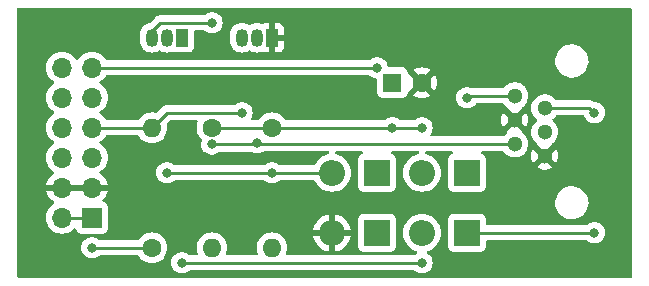
<source format=gbr>
%TF.GenerationSoftware,KiCad,Pcbnew,7.0.7*%
%TF.CreationDate,2023-08-26T11:09:00+02:00*%
%TF.ProjectId,slimme_meter_pmod,736c696d-6d65-45f6-9d65-7465725f706d,rev?*%
%TF.SameCoordinates,Original*%
%TF.FileFunction,Copper,L1,Top*%
%TF.FilePolarity,Positive*%
%FSLAX46Y46*%
G04 Gerber Fmt 4.6, Leading zero omitted, Abs format (unit mm)*
G04 Created by KiCad (PCBNEW 7.0.7) date 2023-08-26 11:09:00*
%MOMM*%
%LPD*%
G01*
G04 APERTURE LIST*
%TA.AperFunction,ComponentPad*%
%ADD10R,2.200000X2.200000*%
%TD*%
%TA.AperFunction,ComponentPad*%
%ADD11O,2.200000X2.200000*%
%TD*%
%TA.AperFunction,ComponentPad*%
%ADD12R,1.600000X1.600000*%
%TD*%
%TA.AperFunction,ComponentPad*%
%ADD13C,1.600000*%
%TD*%
%TA.AperFunction,ComponentPad*%
%ADD14R,1.050000X1.500000*%
%TD*%
%TA.AperFunction,ComponentPad*%
%ADD15O,1.050000X1.500000*%
%TD*%
%TA.AperFunction,ComponentPad*%
%ADD16R,1.700000X1.700000*%
%TD*%
%TA.AperFunction,ComponentPad*%
%ADD17O,1.700000X1.700000*%
%TD*%
%TA.AperFunction,ComponentPad*%
%ADD18O,1.600000X1.600000*%
%TD*%
%TA.AperFunction,ComponentPad*%
%ADD19C,1.300000*%
%TD*%
%TA.AperFunction,ViaPad*%
%ADD20C,0.800000*%
%TD*%
%TA.AperFunction,Conductor*%
%ADD21C,0.250000*%
%TD*%
G04 APERTURE END LIST*
D10*
%TO.P,D2,1,K*%
%TO.N,Net-(D2-K)*%
X130810000Y-64770000D03*
D11*
%TO.P,D2,2,A*%
%TO.N,+5V*%
X127000000Y-64770000D03*
%TD*%
%TO.P,D4,2,A*%
%TO.N,GND*%
X119380000Y-69850000D03*
D10*
%TO.P,D4,1,K*%
%TO.N,CTS*%
X123190000Y-69850000D03*
%TD*%
%TO.P,D3,1,K*%
%TO.N,CTS*%
X123190000Y-64770000D03*
D11*
%TO.P,D3,2,A*%
%TO.N,~{MCU_DATA_REQUEST}*%
X119380000Y-64770000D03*
%TD*%
D10*
%TO.P,D1,1,K*%
%TO.N,SM_DATA_REQUEST*%
X130810000Y-69850000D03*
D11*
%TO.P,D1,2,A*%
%TO.N,Net-(D1-A)*%
X127000000Y-69850000D03*
%TD*%
D12*
%TO.P,C1,1*%
%TO.N,+5V*%
X124500000Y-57150000D03*
D13*
%TO.P,C1,2*%
%TO.N,GND*%
X127000000Y-57150000D03*
%TD*%
D14*
%TO.P,Q1,1,D*%
%TO.N,Net-(D1-A)*%
X106680000Y-53340000D03*
D15*
%TO.P,Q1,2,G*%
%TO.N,~{MCU_DATA_REQUEST}*%
X105410000Y-53340000D03*
%TO.P,Q1,3,S*%
%TO.N,+5V*%
X104140000Y-53340000D03*
%TD*%
D14*
%TO.P,Q2,1,S*%
%TO.N,GND*%
X114300000Y-53340000D03*
D15*
%TO.P,Q2,2,G*%
%TO.N,~{SM_DATA}*%
X113030000Y-53340000D03*
%TO.P,Q2,3,D*%
%TO.N,MCU_DATA*%
X111760000Y-53340000D03*
%TD*%
D16*
%TO.P,J2,1,Pin_1*%
%TO.N,VCC*%
X99060000Y-68580000D03*
D17*
%TO.P,J2,2,Pin_2*%
X96520000Y-68580000D03*
%TO.P,J2,3,Pin_3*%
%TO.N,GND*%
X99060000Y-66040000D03*
%TO.P,J2,4,Pin_4*%
X96520000Y-66040000D03*
%TO.P,J2,5,Pin_5*%
%TO.N,RTS*%
X99060000Y-63500000D03*
%TO.P,J2,6,Pin_6*%
%TO.N,unconnected-(J2-Pin_6-Pad6)*%
X96520000Y-63500000D03*
%TO.P,J2,7,Pin_7*%
%TO.N,MCU_DATA*%
X99060000Y-60960000D03*
%TO.P,J2,8,Pin_8*%
%TO.N,unconnected-(J2-Pin_8-Pad8)*%
X96520000Y-60960000D03*
%TO.P,J2,9,Pin_9*%
%TO.N,TXD*%
X99060000Y-58420000D03*
%TO.P,J2,10,Pin_10*%
%TO.N,unconnected-(J2-Pin_10-Pad10)*%
X96520000Y-58420000D03*
%TO.P,J2,11,Pin_11*%
%TO.N,CTS*%
X99060000Y-55880000D03*
%TO.P,J2,12,Pin_12*%
%TO.N,unconnected-(J2-Pin_12-Pad12)*%
X96520000Y-55880000D03*
%TD*%
D13*
%TO.P,R2,1*%
%TO.N,+5V*%
X109220000Y-60960000D03*
D18*
%TO.P,R2,2*%
%TO.N,~{SM_DATA}*%
X109220000Y-71120000D03*
%TD*%
D13*
%TO.P,R3,1*%
%TO.N,+5V*%
X114300000Y-60960000D03*
D18*
%TO.P,R3,2*%
%TO.N,~{MCU_DATA_REQUEST}*%
X114300000Y-71120000D03*
%TD*%
D13*
%TO.P,R1,1*%
%TO.N,VCC*%
X104140000Y-71120000D03*
D18*
%TO.P,R1,2*%
%TO.N,MCU_DATA*%
X104140000Y-60960000D03*
%TD*%
D19*
%TO.P,J1,1*%
%TO.N,Net-(D2-K)*%
X134860000Y-58250000D03*
%TO.P,J1,2*%
%TO.N,SM_DATA_REQUEST*%
X137400000Y-59270000D03*
%TO.P,J1,3*%
%TO.N,GND*%
X134860000Y-60290000D03*
%TO.P,J1,4*%
%TO.N,unconnected-(J1-Pad4)*%
X137400000Y-61310000D03*
%TO.P,J1,5*%
%TO.N,~{SM_DATA}*%
X134860000Y-62330000D03*
%TO.P,J1,6*%
%TO.N,GND*%
X137400000Y-63350000D03*
%TD*%
D20*
%TO.N,~{MCU_DATA_REQUEST}*%
X105410000Y-64770000D03*
%TO.N,+5V*%
X127000000Y-60960000D03*
X124500000Y-60960000D03*
%TO.N,CTS*%
X123190000Y-55880000D03*
%TO.N,~{MCU_DATA_REQUEST}*%
X114300000Y-64770000D03*
%TO.N,Net-(D1-A)*%
X127000000Y-72390000D03*
%TO.N,SM_DATA_REQUEST*%
X141605000Y-69850000D03*
X141605000Y-59690000D03*
%TO.N,Net-(D1-A)*%
X106680000Y-72390000D03*
%TO.N,Net-(D2-K)*%
X130810000Y-58420000D03*
%TO.N,+5V*%
X109220000Y-52070000D03*
%TO.N,~{SM_DATA}*%
X109220000Y-62359503D03*
X113030000Y-62230000D03*
%TO.N,MCU_DATA*%
X111760000Y-59690000D03*
%TO.N,VCC*%
X99060000Y-71120000D03*
%TD*%
D21*
%TO.N,~{MCU_DATA_REQUEST}*%
X105410000Y-64770000D02*
X114300000Y-64770000D01*
%TO.N,+5V*%
X124500000Y-60960000D02*
X127000000Y-60960000D01*
X114300000Y-60960000D02*
X124500000Y-60960000D01*
X109220000Y-60960000D02*
X114300000Y-60960000D01*
%TO.N,CTS*%
X99060000Y-55880000D02*
X123190000Y-55880000D01*
%TO.N,~{MCU_DATA_REQUEST}*%
X119380000Y-64770000D02*
X114300000Y-64770000D01*
%TO.N,Net-(D1-A)*%
X106680000Y-72390000D02*
X127000000Y-72390000D01*
%TO.N,SM_DATA_REQUEST*%
X137400000Y-59270000D02*
X141185000Y-59270000D01*
X141605000Y-69850000D02*
X130810000Y-69850000D01*
X141185000Y-59270000D02*
X141605000Y-59690000D01*
%TO.N,Net-(D2-K)*%
X130980000Y-58250000D02*
X134860000Y-58250000D01*
X130810000Y-58420000D02*
X130980000Y-58250000D01*
%TO.N,+5V*%
X104140000Y-52790000D02*
X104140000Y-53340000D01*
X104860000Y-52070000D02*
X104140000Y-52790000D01*
X109220000Y-52070000D02*
X104860000Y-52070000D01*
%TO.N,~{SM_DATA}*%
X109220000Y-62359503D02*
X112900497Y-62359503D01*
X112900497Y-62359503D02*
X113030000Y-62230000D01*
X113130000Y-62330000D02*
X113030000Y-62230000D01*
X134860000Y-62330000D02*
X113130000Y-62330000D01*
%TO.N,MCU_DATA*%
X105410000Y-59690000D02*
X111760000Y-59690000D01*
X99060000Y-60960000D02*
X104140000Y-60960000D01*
X104140000Y-60960000D02*
X105410000Y-59690000D01*
%TO.N,VCC*%
X96520000Y-68580000D02*
X99060000Y-68580000D01*
X104140000Y-71120000D02*
X99060000Y-71120000D01*
%TD*%
%TA.AperFunction,Conductor*%
%TO.N,GND*%
G36*
X98513692Y-65809685D02*
G01*
X98559447Y-65862489D01*
X98569391Y-65931647D01*
X98565631Y-65948933D01*
X98560000Y-65968111D01*
X98560000Y-66111888D01*
X98565631Y-66131067D01*
X98565630Y-66200936D01*
X98527855Y-66259714D01*
X98464299Y-66288738D01*
X98446653Y-66290000D01*
X97133347Y-66290000D01*
X97066308Y-66270315D01*
X97020553Y-66217511D01*
X97010609Y-66148353D01*
X97014369Y-66131067D01*
X97020000Y-66111888D01*
X97020000Y-65968111D01*
X97014369Y-65948933D01*
X97014370Y-65879064D01*
X97052145Y-65820286D01*
X97115701Y-65791262D01*
X97133347Y-65790000D01*
X98446653Y-65790000D01*
X98513692Y-65809685D01*
G37*
%TD.AperFunction*%
%TA.AperFunction,Conductor*%
G36*
X144722539Y-50820185D02*
G01*
X144768294Y-50872989D01*
X144779500Y-50924500D01*
X144779500Y-73535500D01*
X144759815Y-73602539D01*
X144707011Y-73648294D01*
X144655500Y-73659500D01*
X92834500Y-73659500D01*
X92767461Y-73639815D01*
X92721706Y-73587011D01*
X92710500Y-73535500D01*
X92710500Y-71120000D01*
X98154540Y-71120000D01*
X98174326Y-71308256D01*
X98174327Y-71308259D01*
X98232818Y-71488277D01*
X98232821Y-71488284D01*
X98327467Y-71652216D01*
X98435982Y-71772734D01*
X98454129Y-71792888D01*
X98607265Y-71904148D01*
X98607270Y-71904151D01*
X98780192Y-71981142D01*
X98780197Y-71981144D01*
X98965354Y-72020500D01*
X98965355Y-72020500D01*
X99154644Y-72020500D01*
X99154646Y-72020500D01*
X99339803Y-71981144D01*
X99512730Y-71904151D01*
X99665871Y-71792888D01*
X99668788Y-71789647D01*
X99671600Y-71786526D01*
X99731087Y-71749879D01*
X99763748Y-71745500D01*
X102925812Y-71745500D01*
X102992851Y-71765185D01*
X103027387Y-71798377D01*
X103139954Y-71959141D01*
X103300858Y-72120045D01*
X103300861Y-72120047D01*
X103487266Y-72250568D01*
X103693504Y-72346739D01*
X103913308Y-72405635D01*
X104075230Y-72419801D01*
X104139998Y-72425468D01*
X104140000Y-72425468D01*
X104140002Y-72425468D01*
X104196673Y-72420509D01*
X104366692Y-72405635D01*
X104425043Y-72390000D01*
X105774540Y-72390000D01*
X105794326Y-72578256D01*
X105794327Y-72578259D01*
X105852818Y-72758277D01*
X105852821Y-72758284D01*
X105947467Y-72922216D01*
X106049185Y-73035185D01*
X106074129Y-73062888D01*
X106227265Y-73174148D01*
X106227270Y-73174151D01*
X106400192Y-73251142D01*
X106400197Y-73251144D01*
X106585354Y-73290500D01*
X106585355Y-73290500D01*
X106774644Y-73290500D01*
X106774646Y-73290500D01*
X106959803Y-73251144D01*
X107132730Y-73174151D01*
X107285871Y-73062888D01*
X107288788Y-73059647D01*
X107291600Y-73056526D01*
X107351087Y-73019879D01*
X107383748Y-73015500D01*
X126296252Y-73015500D01*
X126363291Y-73035185D01*
X126388400Y-73056526D01*
X126394126Y-73062885D01*
X126394130Y-73062889D01*
X126547265Y-73174148D01*
X126547270Y-73174151D01*
X126720192Y-73251142D01*
X126720197Y-73251144D01*
X126905354Y-73290500D01*
X126905355Y-73290500D01*
X127094644Y-73290500D01*
X127094646Y-73290500D01*
X127279803Y-73251144D01*
X127452730Y-73174151D01*
X127605871Y-73062888D01*
X127732533Y-72922216D01*
X127827179Y-72758284D01*
X127885674Y-72578256D01*
X127905460Y-72390000D01*
X127885674Y-72201744D01*
X127827179Y-72021716D01*
X127732533Y-71857784D01*
X127605871Y-71717112D01*
X127605870Y-71717111D01*
X127447473Y-71602029D01*
X127448518Y-71600589D01*
X127406303Y-71556310D01*
X127393084Y-71487702D01*
X127419056Y-71422839D01*
X127475972Y-71382314D01*
X127487580Y-71378921D01*
X127496111Y-71376873D01*
X127728859Y-71280466D01*
X127943659Y-71148836D01*
X128120417Y-70997870D01*
X129209500Y-70997870D01*
X129209501Y-70997876D01*
X129215908Y-71057483D01*
X129266202Y-71192328D01*
X129266206Y-71192335D01*
X129352452Y-71307544D01*
X129352455Y-71307547D01*
X129467664Y-71393793D01*
X129467671Y-71393797D01*
X129602517Y-71444091D01*
X129602516Y-71444091D01*
X129609444Y-71444835D01*
X129662127Y-71450500D01*
X131957872Y-71450499D01*
X132017483Y-71444091D01*
X132152331Y-71393796D01*
X132267546Y-71307546D01*
X132353796Y-71192331D01*
X132404091Y-71057483D01*
X132410500Y-70997873D01*
X132410499Y-70599499D01*
X132430185Y-70532461D01*
X132482989Y-70486706D01*
X132534500Y-70475500D01*
X140901252Y-70475500D01*
X140968291Y-70495185D01*
X140993400Y-70516526D01*
X140999126Y-70522885D01*
X140999130Y-70522889D01*
X141152265Y-70634148D01*
X141152270Y-70634151D01*
X141325192Y-70711142D01*
X141325197Y-70711144D01*
X141510354Y-70750500D01*
X141510355Y-70750500D01*
X141699644Y-70750500D01*
X141699646Y-70750500D01*
X141884803Y-70711144D01*
X142057730Y-70634151D01*
X142210871Y-70522888D01*
X142337533Y-70382216D01*
X142432179Y-70218284D01*
X142490674Y-70038256D01*
X142510460Y-69850000D01*
X142490674Y-69661744D01*
X142432179Y-69481716D01*
X142337533Y-69317784D01*
X142210871Y-69177112D01*
X142210870Y-69177111D01*
X142057734Y-69065851D01*
X142057729Y-69065848D01*
X141884807Y-68988857D01*
X141884802Y-68988855D01*
X141739000Y-68957865D01*
X141699646Y-68949500D01*
X141510354Y-68949500D01*
X141477897Y-68956398D01*
X141325197Y-68988855D01*
X141325192Y-68988857D01*
X141152270Y-69065848D01*
X141152265Y-69065851D01*
X140999130Y-69177110D01*
X140999126Y-69177114D01*
X140993400Y-69183474D01*
X140933913Y-69220121D01*
X140901252Y-69224500D01*
X132534499Y-69224500D01*
X132467460Y-69204815D01*
X132421705Y-69152011D01*
X132410499Y-69100500D01*
X132410499Y-68702129D01*
X132410498Y-68702123D01*
X132410497Y-68702116D01*
X132404091Y-68642517D01*
X132380773Y-68579999D01*
X132353797Y-68507671D01*
X132353793Y-68507664D01*
X132267547Y-68392455D01*
X132267544Y-68392452D01*
X132152335Y-68306206D01*
X132152328Y-68306202D01*
X132017482Y-68255908D01*
X132017483Y-68255908D01*
X131957883Y-68249501D01*
X131957881Y-68249500D01*
X131957873Y-68249500D01*
X131957864Y-68249500D01*
X129662129Y-68249500D01*
X129662123Y-68249501D01*
X129602516Y-68255908D01*
X129467671Y-68306202D01*
X129467664Y-68306206D01*
X129352455Y-68392452D01*
X129352452Y-68392455D01*
X129266206Y-68507664D01*
X129266202Y-68507671D01*
X129215908Y-68642517D01*
X129212931Y-68670211D01*
X129209501Y-68702123D01*
X129209500Y-68702135D01*
X129209500Y-70997870D01*
X128120417Y-70997870D01*
X128135224Y-70985224D01*
X128298836Y-70793659D01*
X128430466Y-70578859D01*
X128526873Y-70346111D01*
X128585683Y-70101148D01*
X128605449Y-69850000D01*
X128585683Y-69598852D01*
X128526873Y-69353889D01*
X128508622Y-69309826D01*
X128430466Y-69121140D01*
X128298839Y-68906346D01*
X128298838Y-68906343D01*
X128221172Y-68815408D01*
X128135224Y-68714776D01*
X127977422Y-68580000D01*
X127943656Y-68551161D01*
X127943653Y-68551160D01*
X127728859Y-68419533D01*
X127496110Y-68323126D01*
X127251151Y-68264317D01*
X127000000Y-68244551D01*
X126748848Y-68264317D01*
X126503889Y-68323126D01*
X126271140Y-68419533D01*
X126056346Y-68551160D01*
X126056343Y-68551161D01*
X125864776Y-68714776D01*
X125701161Y-68906343D01*
X125701160Y-68906346D01*
X125569533Y-69121140D01*
X125473126Y-69353889D01*
X125414317Y-69598848D01*
X125394551Y-69850000D01*
X125414317Y-70101151D01*
X125473126Y-70346110D01*
X125569533Y-70578859D01*
X125701160Y-70793653D01*
X125701161Y-70793656D01*
X125701164Y-70793659D01*
X125864776Y-70985224D01*
X126013066Y-71111875D01*
X126056343Y-71148838D01*
X126056346Y-71148839D01*
X126271140Y-71280466D01*
X126503886Y-71376872D01*
X126503887Y-71376872D01*
X126503889Y-71376873D01*
X126512422Y-71378921D01*
X126573014Y-71413711D01*
X126605179Y-71475736D01*
X126598705Y-71545305D01*
X126555647Y-71600330D01*
X126548725Y-71604790D01*
X126394130Y-71717110D01*
X126394126Y-71717114D01*
X126388400Y-71723474D01*
X126328913Y-71760121D01*
X126296252Y-71764500D01*
X115629049Y-71764500D01*
X115562010Y-71744815D01*
X115516255Y-71692011D01*
X115506311Y-71622853D01*
X115516667Y-71588095D01*
X115526739Y-71566496D01*
X115585635Y-71346692D01*
X115605468Y-71120000D01*
X115585635Y-70893308D01*
X115526739Y-70673504D01*
X115430568Y-70467266D01*
X115300047Y-70280861D01*
X115300045Y-70280858D01*
X115139141Y-70119954D01*
X115110643Y-70100000D01*
X117794728Y-70100000D01*
X117794811Y-70101067D01*
X117853603Y-70345956D01*
X117949980Y-70578631D01*
X118081568Y-70793362D01*
X118081571Y-70793367D01*
X118245130Y-70984869D01*
X118436632Y-71148428D01*
X118436637Y-71148431D01*
X118651368Y-71280019D01*
X118884043Y-71376396D01*
X119128932Y-71435188D01*
X119129999Y-71435271D01*
X119130000Y-71435271D01*
X119130000Y-70514652D01*
X119149685Y-70447613D01*
X119202489Y-70401858D01*
X119271647Y-70391914D01*
X119287447Y-70395248D01*
X119304404Y-70400000D01*
X119304406Y-70400000D01*
X119417622Y-70400000D01*
X119489116Y-70390173D01*
X119558210Y-70400545D01*
X119610729Y-70446627D01*
X119630000Y-70513018D01*
X119630000Y-71435271D01*
X119631067Y-71435188D01*
X119875956Y-71376396D01*
X120108631Y-71280019D01*
X120323362Y-71148431D01*
X120323367Y-71148428D01*
X120499647Y-70997870D01*
X121589500Y-70997870D01*
X121589501Y-70997876D01*
X121595908Y-71057483D01*
X121646202Y-71192328D01*
X121646206Y-71192335D01*
X121732452Y-71307544D01*
X121732455Y-71307547D01*
X121847664Y-71393793D01*
X121847671Y-71393797D01*
X121982517Y-71444091D01*
X121982516Y-71444091D01*
X121989444Y-71444835D01*
X122042127Y-71450500D01*
X124337872Y-71450499D01*
X124397483Y-71444091D01*
X124532331Y-71393796D01*
X124647546Y-71307546D01*
X124733796Y-71192331D01*
X124784091Y-71057483D01*
X124790500Y-70997873D01*
X124790499Y-68702128D01*
X124784091Y-68642517D01*
X124760773Y-68579999D01*
X124733797Y-68507671D01*
X124733793Y-68507664D01*
X124647547Y-68392455D01*
X124647544Y-68392452D01*
X124532335Y-68306206D01*
X124532328Y-68306202D01*
X124397482Y-68255908D01*
X124397483Y-68255908D01*
X124337883Y-68249501D01*
X124337881Y-68249500D01*
X124337873Y-68249500D01*
X124337864Y-68249500D01*
X122042129Y-68249500D01*
X122042123Y-68249501D01*
X121982516Y-68255908D01*
X121847671Y-68306202D01*
X121847664Y-68306206D01*
X121732455Y-68392452D01*
X121732452Y-68392455D01*
X121646206Y-68507664D01*
X121646202Y-68507671D01*
X121595908Y-68642517D01*
X121592931Y-68670211D01*
X121589501Y-68702123D01*
X121589500Y-68702135D01*
X121589500Y-70997870D01*
X120499647Y-70997870D01*
X120514869Y-70984869D01*
X120678428Y-70793367D01*
X120678431Y-70793362D01*
X120810019Y-70578631D01*
X120906396Y-70345956D01*
X120965188Y-70101067D01*
X120965272Y-70100000D01*
X120046956Y-70100000D01*
X119979917Y-70080315D01*
X119934162Y-70027511D01*
X119923245Y-69967537D01*
X119924392Y-69950772D01*
X119933877Y-69812114D01*
X119920809Y-69749227D01*
X119926443Y-69679586D01*
X119968834Y-69624045D01*
X120034523Y-69600239D01*
X120042216Y-69600000D01*
X120965271Y-69600000D01*
X120965271Y-69599999D01*
X120965188Y-69598932D01*
X120906396Y-69354043D01*
X120810019Y-69121368D01*
X120678431Y-68906637D01*
X120678428Y-68906632D01*
X120514869Y-68715130D01*
X120323367Y-68551571D01*
X120323362Y-68551568D01*
X120108631Y-68419980D01*
X119875956Y-68323603D01*
X119631064Y-68264811D01*
X119630000Y-68264726D01*
X119630000Y-69185347D01*
X119610315Y-69252386D01*
X119557511Y-69298141D01*
X119488353Y-69308085D01*
X119472547Y-69304749D01*
X119455598Y-69300000D01*
X119455596Y-69300000D01*
X119342378Y-69300000D01*
X119342376Y-69300000D01*
X119270884Y-69309826D01*
X119201789Y-69299453D01*
X119149270Y-69253371D01*
X119130000Y-69186981D01*
X119130000Y-68264726D01*
X119128935Y-68264811D01*
X118884043Y-68323603D01*
X118651368Y-68419980D01*
X118436637Y-68551568D01*
X118436632Y-68551571D01*
X118245130Y-68715130D01*
X118081571Y-68906632D01*
X118081568Y-68906637D01*
X117949980Y-69121368D01*
X117853603Y-69354043D01*
X117794811Y-69598932D01*
X117794728Y-69599999D01*
X117794729Y-69600000D01*
X118713044Y-69600000D01*
X118780083Y-69619685D01*
X118825838Y-69672489D01*
X118836755Y-69732463D01*
X118836441Y-69737045D01*
X118836441Y-69737047D01*
X118826123Y-69887886D01*
X118839191Y-69950772D01*
X118833557Y-70020414D01*
X118791166Y-70075955D01*
X118725477Y-70099761D01*
X118717784Y-70100000D01*
X117794728Y-70100000D01*
X115110643Y-70100000D01*
X114952734Y-69989432D01*
X114952732Y-69989431D01*
X114746497Y-69893261D01*
X114746488Y-69893258D01*
X114526697Y-69834366D01*
X114526693Y-69834365D01*
X114526692Y-69834365D01*
X114526691Y-69834364D01*
X114526686Y-69834364D01*
X114300002Y-69814532D01*
X114299998Y-69814532D01*
X114073313Y-69834364D01*
X114073302Y-69834366D01*
X113853511Y-69893258D01*
X113853502Y-69893261D01*
X113647267Y-69989431D01*
X113647265Y-69989432D01*
X113460858Y-70119954D01*
X113299954Y-70280858D01*
X113169432Y-70467265D01*
X113169431Y-70467267D01*
X113073261Y-70673502D01*
X113073258Y-70673511D01*
X113014366Y-70893302D01*
X113014364Y-70893313D01*
X112994532Y-71119998D01*
X112994532Y-71120001D01*
X113014364Y-71346686D01*
X113014366Y-71346697D01*
X113073258Y-71566488D01*
X113073260Y-71566492D01*
X113073261Y-71566496D01*
X113083333Y-71588095D01*
X113093825Y-71657173D01*
X113065305Y-71720957D01*
X113006829Y-71759196D01*
X112970951Y-71764500D01*
X110549049Y-71764500D01*
X110482010Y-71744815D01*
X110436255Y-71692011D01*
X110426311Y-71622853D01*
X110436667Y-71588095D01*
X110446739Y-71566496D01*
X110505635Y-71346692D01*
X110525468Y-71120000D01*
X110505635Y-70893308D01*
X110446739Y-70673504D01*
X110350568Y-70467266D01*
X110220047Y-70280861D01*
X110220045Y-70280858D01*
X110059141Y-70119954D01*
X109872734Y-69989432D01*
X109872732Y-69989431D01*
X109666497Y-69893261D01*
X109666488Y-69893258D01*
X109446697Y-69834366D01*
X109446693Y-69834365D01*
X109446692Y-69834365D01*
X109446691Y-69834364D01*
X109446686Y-69834364D01*
X109220002Y-69814532D01*
X109219998Y-69814532D01*
X108993313Y-69834364D01*
X108993302Y-69834366D01*
X108773511Y-69893258D01*
X108773502Y-69893261D01*
X108567267Y-69989431D01*
X108567265Y-69989432D01*
X108380858Y-70119954D01*
X108219954Y-70280858D01*
X108089432Y-70467265D01*
X108089431Y-70467267D01*
X107993261Y-70673502D01*
X107993258Y-70673511D01*
X107934366Y-70893302D01*
X107934364Y-70893313D01*
X107914532Y-71119998D01*
X107914532Y-71120001D01*
X107934364Y-71346686D01*
X107934366Y-71346697D01*
X107993258Y-71566488D01*
X107993260Y-71566492D01*
X107993261Y-71566496D01*
X108003333Y-71588095D01*
X108013825Y-71657173D01*
X107985305Y-71720957D01*
X107926829Y-71759196D01*
X107890951Y-71764500D01*
X107383748Y-71764500D01*
X107316709Y-71744815D01*
X107291600Y-71723474D01*
X107285873Y-71717114D01*
X107285869Y-71717110D01*
X107132734Y-71605851D01*
X107132729Y-71605848D01*
X106959807Y-71528857D01*
X106959802Y-71528855D01*
X106814000Y-71497865D01*
X106774646Y-71489500D01*
X106585354Y-71489500D01*
X106552897Y-71496398D01*
X106400197Y-71528855D01*
X106400192Y-71528857D01*
X106227270Y-71605848D01*
X106227265Y-71605851D01*
X106074129Y-71717111D01*
X105947466Y-71857785D01*
X105852821Y-72021715D01*
X105852818Y-72021722D01*
X105794327Y-72201740D01*
X105794326Y-72201744D01*
X105774540Y-72390000D01*
X104425043Y-72390000D01*
X104586496Y-72346739D01*
X104792734Y-72250568D01*
X104979139Y-72120047D01*
X105140047Y-71959139D01*
X105270568Y-71772734D01*
X105366739Y-71566496D01*
X105425635Y-71346692D01*
X105445468Y-71120000D01*
X105425635Y-70893308D01*
X105366739Y-70673504D01*
X105270568Y-70467266D01*
X105140047Y-70280861D01*
X105140045Y-70280858D01*
X104979141Y-70119954D01*
X104792734Y-69989432D01*
X104792732Y-69989431D01*
X104586497Y-69893261D01*
X104586488Y-69893258D01*
X104366697Y-69834366D01*
X104366693Y-69834365D01*
X104366692Y-69834365D01*
X104366691Y-69834364D01*
X104366686Y-69834364D01*
X104140002Y-69814532D01*
X104139998Y-69814532D01*
X103913313Y-69834364D01*
X103913302Y-69834366D01*
X103693511Y-69893258D01*
X103693502Y-69893261D01*
X103487267Y-69989431D01*
X103487265Y-69989432D01*
X103300858Y-70119954D01*
X103139954Y-70280858D01*
X103027387Y-70441623D01*
X102972811Y-70485248D01*
X102925812Y-70494500D01*
X99763748Y-70494500D01*
X99696709Y-70474815D01*
X99671600Y-70453474D01*
X99665873Y-70447114D01*
X99665869Y-70447110D01*
X99512734Y-70335851D01*
X99512729Y-70335848D01*
X99339807Y-70258857D01*
X99339802Y-70258855D01*
X99194000Y-70227865D01*
X99154646Y-70219500D01*
X98965354Y-70219500D01*
X98932897Y-70226398D01*
X98780197Y-70258855D01*
X98780192Y-70258857D01*
X98607270Y-70335848D01*
X98607265Y-70335851D01*
X98454129Y-70447111D01*
X98327466Y-70587785D01*
X98232821Y-70751715D01*
X98232818Y-70751722D01*
X98186813Y-70893313D01*
X98174326Y-70931744D01*
X98154540Y-71120000D01*
X92710500Y-71120000D01*
X92710500Y-68580000D01*
X95164341Y-68580000D01*
X95184936Y-68815403D01*
X95184938Y-68815413D01*
X95246094Y-69043655D01*
X95246096Y-69043659D01*
X95246097Y-69043663D01*
X95321244Y-69204815D01*
X95345965Y-69257830D01*
X95345967Y-69257834D01*
X95404055Y-69340791D01*
X95481505Y-69451401D01*
X95648599Y-69618495D01*
X95725710Y-69672489D01*
X95842165Y-69754032D01*
X95842167Y-69754033D01*
X95842170Y-69754035D01*
X96056337Y-69853903D01*
X96284592Y-69915063D01*
X96461034Y-69930500D01*
X96519999Y-69935659D01*
X96520000Y-69935659D01*
X96520001Y-69935659D01*
X96578966Y-69930500D01*
X96755408Y-69915063D01*
X96983663Y-69853903D01*
X97197830Y-69754035D01*
X97391401Y-69618495D01*
X97513329Y-69496566D01*
X97574648Y-69463084D01*
X97644340Y-69468068D01*
X97700274Y-69509939D01*
X97717189Y-69540917D01*
X97766202Y-69672328D01*
X97766206Y-69672335D01*
X97852452Y-69787544D01*
X97852455Y-69787547D01*
X97967664Y-69873793D01*
X97967671Y-69873797D01*
X98102517Y-69924091D01*
X98102516Y-69924091D01*
X98109444Y-69924835D01*
X98162127Y-69930500D01*
X99957872Y-69930499D01*
X100017483Y-69924091D01*
X100152331Y-69873796D01*
X100267546Y-69787546D01*
X100353796Y-69672331D01*
X100404091Y-69537483D01*
X100410500Y-69477873D01*
X100410499Y-67682128D01*
X100404091Y-67622517D01*
X100402810Y-67619083D01*
X100353797Y-67487671D01*
X100353793Y-67487664D01*
X100267547Y-67372455D01*
X100267544Y-67372452D01*
X100152335Y-67286206D01*
X100152328Y-67286202D01*
X100056192Y-67250346D01*
X138295702Y-67250346D01*
X138305819Y-67488528D01*
X138305819Y-67488532D01*
X138356045Y-67721580D01*
X138428613Y-67902169D01*
X138444936Y-67942790D01*
X138551797Y-68116344D01*
X138569932Y-68145796D01*
X138674678Y-68264811D01*
X138727436Y-68324755D01*
X138912920Y-68474523D01*
X139121046Y-68590790D01*
X139345828Y-68670211D01*
X139345829Y-68670211D01*
X139580790Y-68710499D01*
X139580798Y-68710499D01*
X139580800Y-68710500D01*
X139580801Y-68710500D01*
X139759502Y-68710500D01*
X139937536Y-68695347D01*
X139937539Y-68695346D01*
X139937541Y-68695346D01*
X140168249Y-68635275D01*
X140353429Y-68551568D01*
X140385480Y-68537080D01*
X140385481Y-68537078D01*
X140385486Y-68537077D01*
X140583003Y-68403579D01*
X140755118Y-68238621D01*
X140896879Y-68046947D01*
X141004207Y-67834074D01*
X141074016Y-67606123D01*
X141104298Y-67369654D01*
X141103747Y-67356692D01*
X141094180Y-67131471D01*
X141094180Y-67131467D01*
X141043954Y-66898419D01*
X140955064Y-66677211D01*
X140955064Y-66677210D01*
X140830069Y-66474205D01*
X140672564Y-66295245D01*
X140487080Y-66145477D01*
X140349891Y-66068838D01*
X140278955Y-66029210D01*
X140054170Y-65949788D01*
X139819209Y-65909500D01*
X139819200Y-65909500D01*
X139640503Y-65909500D01*
X139640498Y-65909500D01*
X139462463Y-65924652D01*
X139231751Y-65984724D01*
X139014519Y-66082919D01*
X139014511Y-66082924D01*
X138817006Y-66216413D01*
X138816997Y-66216421D01*
X138644881Y-66381379D01*
X138503123Y-66573050D01*
X138503120Y-66573054D01*
X138395796Y-66785920D01*
X138395793Y-66785926D01*
X138325983Y-67013878D01*
X138295702Y-67250346D01*
X100056192Y-67250346D01*
X100020401Y-67236997D01*
X99964467Y-67195126D01*
X99940050Y-67129662D01*
X99954902Y-67061389D01*
X99976053Y-67033133D01*
X100098108Y-66911078D01*
X100233600Y-66717578D01*
X100333429Y-66503492D01*
X100333432Y-66503486D01*
X100390636Y-66290000D01*
X99673347Y-66290000D01*
X99606308Y-66270315D01*
X99560553Y-66217511D01*
X99550609Y-66148353D01*
X99554369Y-66131067D01*
X99560000Y-66111888D01*
X99560000Y-65968111D01*
X99554369Y-65948933D01*
X99554370Y-65879064D01*
X99592145Y-65820286D01*
X99655701Y-65791262D01*
X99673347Y-65790000D01*
X100390636Y-65790000D01*
X100390635Y-65789999D01*
X100333432Y-65576513D01*
X100333429Y-65576507D01*
X100233600Y-65362422D01*
X100233599Y-65362420D01*
X100098113Y-65168926D01*
X100098108Y-65168920D01*
X99931078Y-65001890D01*
X99745405Y-64871879D01*
X99701780Y-64817302D01*
X99694588Y-64747804D01*
X99726110Y-64685449D01*
X99745406Y-64668730D01*
X99869635Y-64581744D01*
X99931401Y-64538495D01*
X100098495Y-64371401D01*
X100234035Y-64177830D01*
X100333903Y-63963663D01*
X100395063Y-63735408D01*
X100415659Y-63500000D01*
X100395063Y-63264592D01*
X100333903Y-63036337D01*
X100234035Y-62822171D01*
X100228425Y-62814158D01*
X100098494Y-62628597D01*
X99931402Y-62461506D01*
X99931396Y-62461501D01*
X99745842Y-62331575D01*
X99702217Y-62276998D01*
X99695023Y-62207500D01*
X99726546Y-62145145D01*
X99745842Y-62128425D01*
X99802995Y-62088406D01*
X99931401Y-61998495D01*
X100098495Y-61831401D01*
X100233651Y-61638377D01*
X100288229Y-61594752D01*
X100335227Y-61585500D01*
X102925812Y-61585500D01*
X102992851Y-61605185D01*
X103027387Y-61638377D01*
X103139954Y-61799141D01*
X103300858Y-61960045D01*
X103300861Y-61960047D01*
X103487266Y-62090568D01*
X103693504Y-62186739D01*
X103913308Y-62245635D01*
X104075230Y-62259801D01*
X104139998Y-62265468D01*
X104140000Y-62265468D01*
X104140002Y-62265468D01*
X104196673Y-62260509D01*
X104366692Y-62245635D01*
X104586496Y-62186739D01*
X104792734Y-62090568D01*
X104979139Y-61960047D01*
X105140047Y-61799139D01*
X105270568Y-61612734D01*
X105366739Y-61406496D01*
X105425635Y-61186692D01*
X105445468Y-60960000D01*
X105425635Y-60733308D01*
X105407318Y-60664948D01*
X105408981Y-60595103D01*
X105439408Y-60545181D01*
X105632773Y-60351816D01*
X105694096Y-60318334D01*
X105720453Y-60315500D01*
X107890951Y-60315500D01*
X107957990Y-60335185D01*
X108003745Y-60387989D01*
X108013689Y-60457147D01*
X108003333Y-60491905D01*
X107993262Y-60513502D01*
X107993258Y-60513511D01*
X107934366Y-60733302D01*
X107934364Y-60733313D01*
X107914532Y-60959998D01*
X107914532Y-60960001D01*
X107934364Y-61186686D01*
X107934366Y-61186697D01*
X107993258Y-61406488D01*
X107993261Y-61406497D01*
X108089431Y-61612732D01*
X108089432Y-61612734D01*
X108219954Y-61799141D01*
X108343800Y-61922987D01*
X108377285Y-61984310D01*
X108374050Y-62048985D01*
X108334327Y-62171242D01*
X108334326Y-62171244D01*
X108334326Y-62171247D01*
X108314540Y-62359503D01*
X108334326Y-62547759D01*
X108334327Y-62547762D01*
X108392818Y-62727780D01*
X108392821Y-62727787D01*
X108487467Y-62891719D01*
X108584539Y-62999528D01*
X108614129Y-63032391D01*
X108767265Y-63143651D01*
X108767270Y-63143654D01*
X108940192Y-63220645D01*
X108940197Y-63220647D01*
X109125354Y-63260003D01*
X109125355Y-63260003D01*
X109314644Y-63260003D01*
X109314646Y-63260003D01*
X109499803Y-63220647D01*
X109672730Y-63143654D01*
X109825871Y-63032391D01*
X109829835Y-63027989D01*
X109831600Y-63026029D01*
X109891087Y-62989382D01*
X109923748Y-62985003D01*
X112496861Y-62985003D01*
X112563900Y-63004688D01*
X112569747Y-63008685D01*
X112577270Y-63014151D01*
X112750192Y-63091142D01*
X112750197Y-63091144D01*
X112935354Y-63130500D01*
X112935355Y-63130500D01*
X113124644Y-63130500D01*
X113124646Y-63130500D01*
X113309803Y-63091144D01*
X113482730Y-63014151D01*
X113516822Y-62989382D01*
X113530862Y-62979182D01*
X113596669Y-62955702D01*
X113603747Y-62955500D01*
X119034272Y-62955500D01*
X119101311Y-62975185D01*
X119147066Y-63027989D01*
X119157010Y-63097147D01*
X119127985Y-63160703D01*
X119069207Y-63198477D01*
X119063219Y-63200074D01*
X118883889Y-63243126D01*
X118651140Y-63339533D01*
X118436346Y-63471160D01*
X118436343Y-63471161D01*
X118244776Y-63634776D01*
X118081161Y-63826343D01*
X118081160Y-63826346D01*
X117949533Y-64041141D01*
X117949532Y-64041143D01*
X117938428Y-64067952D01*
X117894588Y-64122356D01*
X117828294Y-64144421D01*
X117823867Y-64144500D01*
X115003748Y-64144500D01*
X114936709Y-64124815D01*
X114911600Y-64103474D01*
X114905873Y-64097114D01*
X114905869Y-64097110D01*
X114752734Y-63985851D01*
X114752729Y-63985848D01*
X114579807Y-63908857D01*
X114579802Y-63908855D01*
X114434000Y-63877865D01*
X114394646Y-63869500D01*
X114205354Y-63869500D01*
X114172897Y-63876398D01*
X114020197Y-63908855D01*
X114020192Y-63908857D01*
X113847270Y-63985848D01*
X113847265Y-63985851D01*
X113694130Y-64097110D01*
X113694126Y-64097114D01*
X113688400Y-64103474D01*
X113628913Y-64140121D01*
X113596252Y-64144500D01*
X106113748Y-64144500D01*
X106046709Y-64124815D01*
X106021600Y-64103474D01*
X106015873Y-64097114D01*
X106015869Y-64097110D01*
X105862734Y-63985851D01*
X105862729Y-63985848D01*
X105689807Y-63908857D01*
X105689802Y-63908855D01*
X105544000Y-63877865D01*
X105504646Y-63869500D01*
X105315354Y-63869500D01*
X105282897Y-63876398D01*
X105130197Y-63908855D01*
X105130192Y-63908857D01*
X104957270Y-63985848D01*
X104957265Y-63985851D01*
X104804129Y-64097111D01*
X104677466Y-64237785D01*
X104582821Y-64401715D01*
X104582818Y-64401722D01*
X104524327Y-64581740D01*
X104524326Y-64581744D01*
X104504540Y-64770000D01*
X104524326Y-64958256D01*
X104524327Y-64958259D01*
X104582818Y-65138277D01*
X104582821Y-65138284D01*
X104677467Y-65302216D01*
X104770778Y-65405848D01*
X104804129Y-65442888D01*
X104957265Y-65554148D01*
X104957270Y-65554151D01*
X105130192Y-65631142D01*
X105130197Y-65631144D01*
X105315354Y-65670500D01*
X105315355Y-65670500D01*
X105504644Y-65670500D01*
X105504646Y-65670500D01*
X105689803Y-65631144D01*
X105862730Y-65554151D01*
X106015871Y-65442888D01*
X106018788Y-65439647D01*
X106021600Y-65436526D01*
X106081087Y-65399879D01*
X106113748Y-65395500D01*
X113596252Y-65395500D01*
X113663291Y-65415185D01*
X113688400Y-65436526D01*
X113694126Y-65442885D01*
X113694130Y-65442889D01*
X113847265Y-65554148D01*
X113847270Y-65554151D01*
X114020192Y-65631142D01*
X114020197Y-65631144D01*
X114205354Y-65670500D01*
X114205355Y-65670500D01*
X114394644Y-65670500D01*
X114394646Y-65670500D01*
X114579803Y-65631144D01*
X114752730Y-65554151D01*
X114905871Y-65442888D01*
X114908788Y-65439647D01*
X114911600Y-65436526D01*
X114971087Y-65399879D01*
X115003748Y-65395500D01*
X117823867Y-65395500D01*
X117890906Y-65415185D01*
X117936661Y-65467989D01*
X117938428Y-65472048D01*
X117949532Y-65498856D01*
X117949533Y-65498858D01*
X118081160Y-65713653D01*
X118081161Y-65713656D01*
X118081164Y-65713659D01*
X118244776Y-65905224D01*
X118337859Y-65984724D01*
X118436343Y-66068838D01*
X118436346Y-66068839D01*
X118651140Y-66200466D01*
X118794179Y-66259714D01*
X118883889Y-66296873D01*
X119128852Y-66355683D01*
X119380000Y-66375449D01*
X119631148Y-66355683D01*
X119876111Y-66296873D01*
X120108859Y-66200466D01*
X120323659Y-66068836D01*
X120515224Y-65905224D01*
X120678836Y-65713659D01*
X120810466Y-65498859D01*
X120906873Y-65266111D01*
X120965683Y-65021148D01*
X120985449Y-64770000D01*
X120965683Y-64518852D01*
X120906873Y-64273889D01*
X120833650Y-64097112D01*
X120810466Y-64041140D01*
X120678839Y-63826346D01*
X120678838Y-63826343D01*
X120619104Y-63756404D01*
X120515224Y-63634776D01*
X120357422Y-63500000D01*
X120323656Y-63471161D01*
X120323653Y-63471160D01*
X120108859Y-63339533D01*
X119876110Y-63243126D01*
X119696781Y-63200074D01*
X119636189Y-63165283D01*
X119604025Y-63103257D01*
X119610501Y-63033688D01*
X119653560Y-62978664D01*
X119719533Y-62955655D01*
X119725728Y-62955500D01*
X121886169Y-62955500D01*
X121953208Y-62975185D01*
X121998963Y-63027989D01*
X122008907Y-63097147D01*
X121979882Y-63160703D01*
X121929502Y-63195682D01*
X121847671Y-63226202D01*
X121847664Y-63226206D01*
X121732455Y-63312452D01*
X121732452Y-63312455D01*
X121646206Y-63427664D01*
X121646202Y-63427671D01*
X121595908Y-63562517D01*
X121589501Y-63622116D01*
X121589501Y-63622123D01*
X121589500Y-63622135D01*
X121589500Y-65917870D01*
X121589501Y-65917876D01*
X121595908Y-65977483D01*
X121646202Y-66112328D01*
X121646206Y-66112335D01*
X121732452Y-66227544D01*
X121732455Y-66227547D01*
X121847664Y-66313793D01*
X121847671Y-66313797D01*
X121982517Y-66364091D01*
X121982516Y-66364091D01*
X121989444Y-66364835D01*
X122042127Y-66370500D01*
X124337872Y-66370499D01*
X124397483Y-66364091D01*
X124532331Y-66313796D01*
X124647546Y-66227546D01*
X124733796Y-66112331D01*
X124784091Y-65977483D01*
X124790500Y-65917873D01*
X124790499Y-63622128D01*
X124784091Y-63562517D01*
X124778391Y-63547235D01*
X124733797Y-63427671D01*
X124733793Y-63427664D01*
X124647547Y-63312455D01*
X124647544Y-63312452D01*
X124532335Y-63226206D01*
X124532328Y-63226202D01*
X124450498Y-63195682D01*
X124394564Y-63153811D01*
X124370147Y-63088347D01*
X124384998Y-63020074D01*
X124434403Y-62970668D01*
X124493831Y-62955500D01*
X126654272Y-62955500D01*
X126721311Y-62975185D01*
X126767066Y-63027989D01*
X126777010Y-63097147D01*
X126747985Y-63160703D01*
X126689207Y-63198477D01*
X126683219Y-63200074D01*
X126503889Y-63243126D01*
X126271140Y-63339533D01*
X126056346Y-63471160D01*
X126056343Y-63471161D01*
X125864776Y-63634776D01*
X125701161Y-63826343D01*
X125701160Y-63826346D01*
X125569533Y-64041140D01*
X125473126Y-64273889D01*
X125414317Y-64518848D01*
X125394551Y-64769999D01*
X125414317Y-65021151D01*
X125473126Y-65266110D01*
X125569533Y-65498859D01*
X125701160Y-65713653D01*
X125701161Y-65713656D01*
X125701164Y-65713659D01*
X125864776Y-65905224D01*
X125957859Y-65984724D01*
X126056343Y-66068838D01*
X126056346Y-66068839D01*
X126271140Y-66200466D01*
X126414179Y-66259714D01*
X126503889Y-66296873D01*
X126748852Y-66355683D01*
X127000000Y-66375449D01*
X127251148Y-66355683D01*
X127496111Y-66296873D01*
X127728859Y-66200466D01*
X127943659Y-66068836D01*
X128135224Y-65905224D01*
X128298836Y-65713659D01*
X128430466Y-65498859D01*
X128526873Y-65266111D01*
X128585683Y-65021148D01*
X128605449Y-64770000D01*
X128585683Y-64518852D01*
X128526873Y-64273889D01*
X128453650Y-64097112D01*
X128430466Y-64041140D01*
X128298839Y-63826346D01*
X128298838Y-63826343D01*
X128239104Y-63756404D01*
X128135224Y-63634776D01*
X127977422Y-63500000D01*
X127943656Y-63471161D01*
X127943653Y-63471160D01*
X127728859Y-63339533D01*
X127496110Y-63243126D01*
X127316781Y-63200074D01*
X127256189Y-63165283D01*
X127224025Y-63103257D01*
X127230501Y-63033688D01*
X127273560Y-62978664D01*
X127339533Y-62955655D01*
X127345728Y-62955500D01*
X129506169Y-62955500D01*
X129573208Y-62975185D01*
X129618963Y-63027989D01*
X129628907Y-63097147D01*
X129599882Y-63160703D01*
X129549502Y-63195682D01*
X129467671Y-63226202D01*
X129467664Y-63226206D01*
X129352455Y-63312452D01*
X129352452Y-63312455D01*
X129266206Y-63427664D01*
X129266202Y-63427671D01*
X129215908Y-63562517D01*
X129209501Y-63622116D01*
X129209501Y-63622123D01*
X129209500Y-63622135D01*
X129209500Y-65917870D01*
X129209501Y-65917876D01*
X129215908Y-65977483D01*
X129266202Y-66112328D01*
X129266206Y-66112335D01*
X129352452Y-66227544D01*
X129352455Y-66227547D01*
X129467664Y-66313793D01*
X129467671Y-66313797D01*
X129602517Y-66364091D01*
X129602516Y-66364091D01*
X129609444Y-66364835D01*
X129662127Y-66370500D01*
X131957872Y-66370499D01*
X132017483Y-66364091D01*
X132152331Y-66313796D01*
X132267546Y-66227546D01*
X132353796Y-66112331D01*
X132404091Y-65977483D01*
X132410500Y-65917873D01*
X132410499Y-63622128D01*
X132404091Y-63562517D01*
X132398391Y-63547235D01*
X132353797Y-63427671D01*
X132353793Y-63427664D01*
X132267547Y-63312455D01*
X132267544Y-63312452D01*
X132152335Y-63226206D01*
X132152328Y-63226202D01*
X132070498Y-63195682D01*
X132014564Y-63153811D01*
X131990147Y-63088347D01*
X132004998Y-63020074D01*
X132054403Y-62970668D01*
X132113831Y-62955500D01*
X133828913Y-62955500D01*
X133895952Y-62975185D01*
X133927865Y-63004771D01*
X134006128Y-63108407D01*
X134163698Y-63252052D01*
X134344981Y-63364298D01*
X134543802Y-63441321D01*
X134753390Y-63480500D01*
X134753392Y-63480500D01*
X134966608Y-63480500D01*
X134966610Y-63480500D01*
X135176198Y-63441321D01*
X135375019Y-63364298D01*
X135556302Y-63252052D01*
X135713872Y-63108407D01*
X135842366Y-62938255D01*
X135896861Y-62828813D01*
X135937403Y-62747394D01*
X135937403Y-62747393D01*
X135937405Y-62747389D01*
X135995756Y-62542310D01*
X136015429Y-62330000D01*
X135995756Y-62117690D01*
X135937405Y-61912611D01*
X135937403Y-61912606D01*
X135937403Y-61912605D01*
X135842367Y-61721746D01*
X135713872Y-61551593D01*
X135648737Y-61492214D01*
X135556302Y-61407948D01*
X135556300Y-61407946D01*
X135556297Y-61407944D01*
X135533340Y-61393729D01*
X135486706Y-61341700D01*
X135481433Y-61310000D01*
X136244571Y-61310000D01*
X136264244Y-61522310D01*
X136320989Y-61721746D01*
X136322596Y-61727392D01*
X136322596Y-61727394D01*
X136417632Y-61918253D01*
X136546127Y-62088406D01*
X136546128Y-62088407D01*
X136703698Y-62232052D01*
X136725632Y-62245633D01*
X136726656Y-62246267D01*
X136773291Y-62298295D01*
X136784552Y-62365983D01*
X136782991Y-62379437D01*
X137216133Y-62812580D01*
X137249618Y-62873903D01*
X137244634Y-62943595D01*
X137202762Y-62999528D01*
X137184748Y-63010745D01*
X137161956Y-63022358D01*
X137161949Y-63022363D01*
X137072363Y-63111949D01*
X137072358Y-63111956D01*
X137060745Y-63134748D01*
X137012770Y-63185544D01*
X136944949Y-63202338D01*
X136878814Y-63179800D01*
X136862580Y-63166133D01*
X136426835Y-62730389D01*
X136418056Y-62742015D01*
X136323066Y-62932783D01*
X136323058Y-62932803D01*
X136264738Y-63137780D01*
X136264737Y-63137783D01*
X136245073Y-63349999D01*
X136245073Y-63350000D01*
X136264737Y-63562216D01*
X136264738Y-63562219D01*
X136323058Y-63767196D01*
X136323066Y-63767216D01*
X136418060Y-63957990D01*
X136426834Y-63969609D01*
X136862579Y-63533865D01*
X136923902Y-63500380D01*
X136993593Y-63505364D01*
X137049527Y-63547235D01*
X137060744Y-63565250D01*
X137072358Y-63588044D01*
X137072363Y-63588050D01*
X137161949Y-63677636D01*
X137161951Y-63677637D01*
X137161955Y-63677641D01*
X137184747Y-63689254D01*
X137235542Y-63737228D01*
X137252337Y-63805049D01*
X137229799Y-63871184D01*
X137216132Y-63887419D01*
X136782991Y-64320560D01*
X136782992Y-64320561D01*
X136885201Y-64383845D01*
X136885210Y-64383850D01*
X137083936Y-64460836D01*
X137083941Y-64460837D01*
X137293439Y-64500000D01*
X137506561Y-64500000D01*
X137716058Y-64460837D01*
X137716063Y-64460836D01*
X137914789Y-64383850D01*
X137914793Y-64383848D01*
X138017007Y-64320560D01*
X137583866Y-63887419D01*
X137550381Y-63826096D01*
X137555365Y-63756404D01*
X137597237Y-63700471D01*
X137615245Y-63689258D01*
X137638045Y-63677641D01*
X137727641Y-63588045D01*
X137739254Y-63565252D01*
X137787225Y-63514458D01*
X137855046Y-63497661D01*
X137921181Y-63520197D01*
X137937419Y-63533866D01*
X138373163Y-63969610D01*
X138381935Y-63957996D01*
X138381938Y-63957991D01*
X138476935Y-63767211D01*
X138476941Y-63767196D01*
X138535261Y-63562219D01*
X138535262Y-63562216D01*
X138554927Y-63350000D01*
X138554927Y-63349999D01*
X138535262Y-63137783D01*
X138535261Y-63137780D01*
X138476941Y-62932803D01*
X138476933Y-62932783D01*
X138381940Y-62742010D01*
X138373163Y-62730388D01*
X137937419Y-63166132D01*
X137876096Y-63199617D01*
X137806404Y-63194633D01*
X137750471Y-63152761D01*
X137739256Y-63134751D01*
X137727641Y-63111955D01*
X137727637Y-63111951D01*
X137727636Y-63111949D01*
X137638050Y-63022363D01*
X137638046Y-63022360D01*
X137638045Y-63022359D01*
X137636853Y-63021752D01*
X137615250Y-63010744D01*
X137564454Y-62962769D01*
X137547660Y-62894948D01*
X137570198Y-62828813D01*
X137583865Y-62812579D01*
X138017006Y-62379438D01*
X138015446Y-62365985D01*
X138027273Y-62297123D01*
X138073342Y-62246268D01*
X138096302Y-62232052D01*
X138253872Y-62088407D01*
X138382366Y-61918255D01*
X138477405Y-61727389D01*
X138535756Y-61522310D01*
X138555429Y-61310000D01*
X138535756Y-61097690D01*
X138477405Y-60892611D01*
X138477403Y-60892606D01*
X138477403Y-60892605D01*
X138382367Y-60701746D01*
X138253872Y-60531593D01*
X138215196Y-60496335D01*
X138096302Y-60387948D01*
X138096300Y-60387946D01*
X138092065Y-60384086D01*
X138093142Y-60382903D01*
X138055995Y-60332839D01*
X138051307Y-60263126D01*
X138085052Y-60201946D01*
X138093002Y-60195059D01*
X138096297Y-60192054D01*
X138096302Y-60192052D01*
X138253872Y-60048407D01*
X138332133Y-59944772D01*
X138388242Y-59903137D01*
X138431087Y-59895500D01*
X140634838Y-59895500D01*
X140701877Y-59915185D01*
X140747632Y-59967989D01*
X140752769Y-59981182D01*
X140777818Y-60058278D01*
X140777821Y-60058284D01*
X140872467Y-60222216D01*
X140999128Y-60362887D01*
X140999129Y-60362888D01*
X141152265Y-60474148D01*
X141152270Y-60474151D01*
X141325192Y-60551142D01*
X141325197Y-60551144D01*
X141510354Y-60590500D01*
X141510355Y-60590500D01*
X141699644Y-60590500D01*
X141699646Y-60590500D01*
X141884803Y-60551144D01*
X142057730Y-60474151D01*
X142210871Y-60362888D01*
X142337533Y-60222216D01*
X142432179Y-60058284D01*
X142490674Y-59878256D01*
X142510460Y-59690000D01*
X142490674Y-59501744D01*
X142432179Y-59321716D01*
X142337533Y-59157784D01*
X142210871Y-59017112D01*
X142210870Y-59017111D01*
X142057734Y-58905851D01*
X142057729Y-58905848D01*
X141884807Y-58828857D01*
X141884802Y-58828855D01*
X141739000Y-58797865D01*
X141699646Y-58789500D01*
X141699645Y-58789500D01*
X141636157Y-58789500D01*
X141569118Y-58769815D01*
X141562049Y-58764300D01*
X141561889Y-58764521D01*
X141555577Y-58759934D01*
X141538029Y-58750288D01*
X141521763Y-58739604D01*
X141505933Y-58727325D01*
X141463168Y-58708818D01*
X141457922Y-58706248D01*
X141417093Y-58683803D01*
X141417092Y-58683802D01*
X141397693Y-58678822D01*
X141379281Y-58672518D01*
X141360898Y-58664562D01*
X141360892Y-58664560D01*
X141314874Y-58657272D01*
X141309152Y-58656087D01*
X141264021Y-58644500D01*
X141264019Y-58644500D01*
X141243984Y-58644500D01*
X141224586Y-58642973D01*
X141217162Y-58641797D01*
X141204805Y-58639840D01*
X141204804Y-58639840D01*
X141158416Y-58644225D01*
X141152578Y-58644500D01*
X138431087Y-58644500D01*
X138364048Y-58624815D01*
X138332133Y-58595227D01*
X138253872Y-58491593D01*
X138201765Y-58444091D01*
X138096302Y-58347948D01*
X137915019Y-58235702D01*
X137915017Y-58235701D01*
X137783072Y-58184586D01*
X137716198Y-58158679D01*
X137506610Y-58119500D01*
X137293390Y-58119500D01*
X137083802Y-58158679D01*
X137083799Y-58158679D01*
X137083799Y-58158680D01*
X136884982Y-58235701D01*
X136884980Y-58235702D01*
X136703699Y-58347947D01*
X136546127Y-58491593D01*
X136417632Y-58661746D01*
X136322596Y-58852605D01*
X136322596Y-58852607D01*
X136264244Y-59057689D01*
X136244571Y-59269999D01*
X136244571Y-59270000D01*
X136264244Y-59482310D01*
X136322596Y-59687392D01*
X136322596Y-59687394D01*
X136417632Y-59878253D01*
X136546127Y-60048406D01*
X136546128Y-60048407D01*
X136703698Y-60192052D01*
X136703699Y-60192053D01*
X136707935Y-60195914D01*
X136706858Y-60197095D01*
X136744007Y-60247172D01*
X136748688Y-60316885D01*
X136714937Y-60378062D01*
X136706984Y-60384952D01*
X136546127Y-60531593D01*
X136417632Y-60701746D01*
X136322596Y-60892605D01*
X136322596Y-60892607D01*
X136303421Y-60960001D01*
X136264244Y-61097690D01*
X136244571Y-61310000D01*
X135481433Y-61310000D01*
X135475446Y-61274013D01*
X135477006Y-61260560D01*
X135043866Y-60827419D01*
X135010381Y-60766096D01*
X135015365Y-60696404D01*
X135057237Y-60640471D01*
X135075245Y-60629258D01*
X135098045Y-60617641D01*
X135187641Y-60528045D01*
X135199254Y-60505252D01*
X135247225Y-60454458D01*
X135315046Y-60437661D01*
X135381181Y-60460197D01*
X135397419Y-60473866D01*
X135833163Y-60909610D01*
X135841935Y-60897996D01*
X135841938Y-60897991D01*
X135936935Y-60707211D01*
X135936941Y-60707196D01*
X135995261Y-60502219D01*
X135995262Y-60502216D01*
X136014927Y-60290000D01*
X136014927Y-60289999D01*
X135995262Y-60077783D01*
X135995261Y-60077780D01*
X135936941Y-59872803D01*
X135936933Y-59872783D01*
X135841940Y-59682010D01*
X135833163Y-59670388D01*
X135397419Y-60106132D01*
X135336096Y-60139617D01*
X135266404Y-60134633D01*
X135210471Y-60092761D01*
X135199256Y-60074751D01*
X135187641Y-60051955D01*
X135187637Y-60051951D01*
X135187636Y-60051949D01*
X135098050Y-59962363D01*
X135098046Y-59962360D01*
X135098045Y-59962359D01*
X135093323Y-59959953D01*
X135075250Y-59950744D01*
X135024454Y-59902769D01*
X135007660Y-59834948D01*
X135030198Y-59768813D01*
X135043865Y-59752579D01*
X135477006Y-59319438D01*
X135475446Y-59305985D01*
X135487273Y-59237123D01*
X135533342Y-59186268D01*
X135556302Y-59172052D01*
X135713872Y-59028407D01*
X135842366Y-58858255D01*
X135877211Y-58788277D01*
X135937403Y-58667394D01*
X135937403Y-58667393D01*
X135937405Y-58667389D01*
X135995756Y-58462310D01*
X136015429Y-58250000D01*
X135995756Y-58037690D01*
X135937405Y-57832611D01*
X135937403Y-57832606D01*
X135937403Y-57832605D01*
X135842367Y-57641746D01*
X135713872Y-57471593D01*
X135622230Y-57388050D01*
X135556302Y-57327948D01*
X135375019Y-57215702D01*
X135375017Y-57215701D01*
X135205413Y-57149997D01*
X135176198Y-57138679D01*
X134966610Y-57099500D01*
X134753390Y-57099500D01*
X134543802Y-57138679D01*
X134543799Y-57138679D01*
X134543799Y-57138680D01*
X134344982Y-57215701D01*
X134344980Y-57215702D01*
X134163699Y-57327947D01*
X134006127Y-57471593D01*
X133984320Y-57500471D01*
X133940230Y-57558856D01*
X133927867Y-57575227D01*
X133871758Y-57616863D01*
X133828913Y-57624500D01*
X131263597Y-57624500D01*
X131213161Y-57613779D01*
X131089807Y-57558857D01*
X131089802Y-57558855D01*
X130944001Y-57527865D01*
X130904646Y-57519500D01*
X130715354Y-57519500D01*
X130682897Y-57526398D01*
X130530197Y-57558855D01*
X130530192Y-57558857D01*
X130357270Y-57635848D01*
X130357265Y-57635851D01*
X130204129Y-57747111D01*
X130077466Y-57887785D01*
X129982821Y-58051715D01*
X129982818Y-58051722D01*
X129925209Y-58229025D01*
X129924326Y-58231744D01*
X129904540Y-58420000D01*
X129924326Y-58608256D01*
X129924327Y-58608259D01*
X129982818Y-58788277D01*
X129982821Y-58788284D01*
X130077467Y-58952216D01*
X130181081Y-59067291D01*
X130204129Y-59092888D01*
X130357265Y-59204148D01*
X130357270Y-59204151D01*
X130530192Y-59281142D01*
X130530197Y-59281144D01*
X130715354Y-59320500D01*
X130715355Y-59320500D01*
X130904644Y-59320500D01*
X130904646Y-59320500D01*
X131089803Y-59281144D01*
X131262730Y-59204151D01*
X131415871Y-59092888D01*
X131542533Y-58952216D01*
X131548257Y-58942300D01*
X131551031Y-58937498D01*
X131601598Y-58889284D01*
X131658417Y-58875500D01*
X133828913Y-58875500D01*
X133895952Y-58895185D01*
X133927867Y-58924773D01*
X133997597Y-59017111D01*
X134006128Y-59028407D01*
X134163698Y-59172052D01*
X134186653Y-59186265D01*
X134186656Y-59186267D01*
X134233291Y-59238295D01*
X134244552Y-59305983D01*
X134242991Y-59319437D01*
X134676133Y-59752580D01*
X134709618Y-59813903D01*
X134704634Y-59883595D01*
X134662762Y-59939528D01*
X134644748Y-59950745D01*
X134621956Y-59962358D01*
X134621949Y-59962363D01*
X134532363Y-60051949D01*
X134532358Y-60051956D01*
X134520745Y-60074748D01*
X134472770Y-60125544D01*
X134404949Y-60142338D01*
X134338814Y-60119800D01*
X134322580Y-60106133D01*
X133886835Y-59670389D01*
X133878056Y-59682015D01*
X133783066Y-59872783D01*
X133783058Y-59872803D01*
X133724738Y-60077780D01*
X133724737Y-60077783D01*
X133705073Y-60289999D01*
X133705073Y-60290000D01*
X133724737Y-60502216D01*
X133724738Y-60502219D01*
X133783058Y-60707196D01*
X133783066Y-60707216D01*
X133878060Y-60897990D01*
X133886834Y-60909609D01*
X134322579Y-60473865D01*
X134383902Y-60440380D01*
X134453593Y-60445364D01*
X134509527Y-60487235D01*
X134520744Y-60505250D01*
X134531752Y-60526853D01*
X134532358Y-60528044D01*
X134532363Y-60528050D01*
X134621949Y-60617636D01*
X134621951Y-60617637D01*
X134621955Y-60617641D01*
X134644747Y-60629254D01*
X134695542Y-60677228D01*
X134712337Y-60745049D01*
X134689799Y-60811184D01*
X134676132Y-60827419D01*
X134242991Y-61260561D01*
X134244552Y-61274016D01*
X134232724Y-61342877D01*
X134186659Y-61393730D01*
X134163700Y-61407946D01*
X134006127Y-61551593D01*
X133927867Y-61655227D01*
X133871758Y-61696863D01*
X133828913Y-61704500D01*
X127819900Y-61704500D01*
X127752861Y-61684815D01*
X127707106Y-61632011D01*
X127697162Y-61562853D01*
X127726187Y-61499297D01*
X127727750Y-61497528D01*
X127732533Y-61492216D01*
X127827179Y-61328284D01*
X127885674Y-61148256D01*
X127905460Y-60960000D01*
X127885674Y-60771744D01*
X127827179Y-60591716D01*
X127732533Y-60427784D01*
X127605871Y-60287112D01*
X127605870Y-60287111D01*
X127452734Y-60175851D01*
X127452729Y-60175848D01*
X127279807Y-60098857D01*
X127279802Y-60098855D01*
X127134000Y-60067865D01*
X127094646Y-60059500D01*
X126905354Y-60059500D01*
X126872897Y-60066398D01*
X126720197Y-60098855D01*
X126720192Y-60098857D01*
X126547270Y-60175848D01*
X126547265Y-60175851D01*
X126394130Y-60287110D01*
X126394126Y-60287114D01*
X126388400Y-60293474D01*
X126328913Y-60330121D01*
X126296252Y-60334500D01*
X125203748Y-60334500D01*
X125136709Y-60314815D01*
X125111600Y-60293474D01*
X125105873Y-60287114D01*
X125105869Y-60287110D01*
X124952734Y-60175851D01*
X124952729Y-60175848D01*
X124779807Y-60098857D01*
X124779802Y-60098855D01*
X124634000Y-60067865D01*
X124594646Y-60059500D01*
X124405354Y-60059500D01*
X124372897Y-60066398D01*
X124220197Y-60098855D01*
X124220192Y-60098857D01*
X124047270Y-60175848D01*
X124047265Y-60175851D01*
X123894130Y-60287110D01*
X123894126Y-60287114D01*
X123888400Y-60293474D01*
X123828913Y-60330121D01*
X123796252Y-60334500D01*
X115514188Y-60334500D01*
X115447149Y-60314815D01*
X115412613Y-60281623D01*
X115300045Y-60120858D01*
X115139141Y-59959954D01*
X114952734Y-59829432D01*
X114952732Y-59829431D01*
X114746497Y-59733261D01*
X114746488Y-59733258D01*
X114526697Y-59674366D01*
X114526693Y-59674365D01*
X114526692Y-59674365D01*
X114526691Y-59674364D01*
X114526686Y-59674364D01*
X114300002Y-59654532D01*
X114299998Y-59654532D01*
X114073313Y-59674364D01*
X114073302Y-59674366D01*
X113853511Y-59733258D01*
X113853502Y-59733261D01*
X113647267Y-59829431D01*
X113647265Y-59829432D01*
X113460858Y-59959954D01*
X113299954Y-60120858D01*
X113187387Y-60281623D01*
X113132811Y-60325248D01*
X113085812Y-60334500D01*
X112642480Y-60334500D01*
X112575441Y-60314815D01*
X112529686Y-60262011D01*
X112519742Y-60192853D01*
X112535093Y-60148500D01*
X112563754Y-60098857D01*
X112587179Y-60058284D01*
X112645674Y-59878256D01*
X112665460Y-59690000D01*
X112645674Y-59501744D01*
X112587179Y-59321716D01*
X112492533Y-59157784D01*
X112365871Y-59017112D01*
X112365870Y-59017111D01*
X112212734Y-58905851D01*
X112212729Y-58905848D01*
X112039807Y-58828857D01*
X112039802Y-58828855D01*
X111894001Y-58797865D01*
X111854646Y-58789500D01*
X111665354Y-58789500D01*
X111632897Y-58796398D01*
X111480197Y-58828855D01*
X111480192Y-58828857D01*
X111307270Y-58905848D01*
X111307265Y-58905851D01*
X111154130Y-59017110D01*
X111154126Y-59017114D01*
X111148400Y-59023474D01*
X111088913Y-59060121D01*
X111056252Y-59064500D01*
X105492737Y-59064500D01*
X105477120Y-59062776D01*
X105477093Y-59063062D01*
X105469331Y-59062327D01*
X105400203Y-59064500D01*
X105370650Y-59064500D01*
X105369929Y-59064590D01*
X105363757Y-59065369D01*
X105357945Y-59065826D01*
X105311373Y-59067290D01*
X105311372Y-59067290D01*
X105292129Y-59072881D01*
X105273079Y-59076825D01*
X105253211Y-59079334D01*
X105253209Y-59079335D01*
X105209884Y-59096488D01*
X105204357Y-59098380D01*
X105159610Y-59111381D01*
X105159609Y-59111382D01*
X105142367Y-59121579D01*
X105124899Y-59130137D01*
X105106269Y-59137513D01*
X105106267Y-59137514D01*
X105068576Y-59164898D01*
X105063694Y-59168105D01*
X105023579Y-59191830D01*
X105009408Y-59206000D01*
X104994623Y-59218628D01*
X104978412Y-59230407D01*
X104948709Y-59266310D01*
X104944777Y-59270631D01*
X104554821Y-59660586D01*
X104493498Y-59694071D01*
X104435048Y-59692680D01*
X104366697Y-59674366D01*
X104366693Y-59674365D01*
X104366692Y-59674365D01*
X104253345Y-59664448D01*
X104140001Y-59654532D01*
X104139998Y-59654532D01*
X103913313Y-59674364D01*
X103913302Y-59674366D01*
X103693511Y-59733258D01*
X103693502Y-59733261D01*
X103487267Y-59829431D01*
X103487265Y-59829432D01*
X103300858Y-59959954D01*
X103139954Y-60120858D01*
X103027387Y-60281623D01*
X102972811Y-60325248D01*
X102925812Y-60334500D01*
X100335227Y-60334500D01*
X100268188Y-60314815D01*
X100233652Y-60281623D01*
X100098494Y-60088597D01*
X99931402Y-59921506D01*
X99931396Y-59921501D01*
X99745842Y-59791575D01*
X99702217Y-59736998D01*
X99695023Y-59667500D01*
X99726546Y-59605145D01*
X99745842Y-59588425D01*
X99869635Y-59501744D01*
X99931401Y-59458495D01*
X100098495Y-59291401D01*
X100234035Y-59097830D01*
X100333903Y-58883663D01*
X100395063Y-58655408D01*
X100415659Y-58420000D01*
X100413366Y-58393797D01*
X100403422Y-58280131D01*
X100395063Y-58184592D01*
X100333903Y-57956337D01*
X100234035Y-57742171D01*
X100228425Y-57734158D01*
X100098494Y-57548597D01*
X99931402Y-57381506D01*
X99931396Y-57381501D01*
X99745842Y-57251575D01*
X99702217Y-57196998D01*
X99695023Y-57127500D01*
X99726546Y-57065145D01*
X99745842Y-57048425D01*
X99908192Y-56934746D01*
X99931401Y-56918495D01*
X100098495Y-56751401D01*
X100233651Y-56558377D01*
X100288229Y-56514752D01*
X100335227Y-56505500D01*
X122486252Y-56505500D01*
X122553291Y-56525185D01*
X122578400Y-56546526D01*
X122584126Y-56552885D01*
X122584130Y-56552889D01*
X122737265Y-56664148D01*
X122737270Y-56664151D01*
X122910192Y-56741142D01*
X122910193Y-56741142D01*
X122910197Y-56741144D01*
X123095354Y-56780500D01*
X123095357Y-56780500D01*
X123101280Y-56781759D01*
X123162762Y-56814951D01*
X123196539Y-56876114D01*
X123199500Y-56903049D01*
X123199500Y-57997870D01*
X123199501Y-57997876D01*
X123205908Y-58057483D01*
X123256202Y-58192328D01*
X123256206Y-58192335D01*
X123342452Y-58307544D01*
X123342455Y-58307547D01*
X123457664Y-58393793D01*
X123457671Y-58393797D01*
X123592517Y-58444091D01*
X123592516Y-58444091D01*
X123599444Y-58444835D01*
X123652127Y-58450500D01*
X125347872Y-58450499D01*
X125407483Y-58444091D01*
X125542331Y-58393796D01*
X125657546Y-58307546D01*
X125743796Y-58192331D01*
X125794091Y-58057483D01*
X125800500Y-57997873D01*
X125800499Y-57997845D01*
X125800678Y-57994547D01*
X125802183Y-57994627D01*
X125820112Y-57933326D01*
X125872868Y-57887514D01*
X125916464Y-57879981D01*
X126462580Y-57333865D01*
X126523903Y-57300380D01*
X126593594Y-57305364D01*
X126649528Y-57347235D01*
X126660742Y-57365246D01*
X126666527Y-57376599D01*
X126672358Y-57388044D01*
X126672363Y-57388050D01*
X126761949Y-57477636D01*
X126761951Y-57477637D01*
X126761955Y-57477641D01*
X126784747Y-57489254D01*
X126835542Y-57537228D01*
X126852337Y-57605049D01*
X126829799Y-57671184D01*
X126816132Y-57687419D01*
X126274526Y-58229025D01*
X126274526Y-58229026D01*
X126347512Y-58280131D01*
X126347516Y-58280133D01*
X126553673Y-58376265D01*
X126553682Y-58376269D01*
X126773389Y-58435139D01*
X126773400Y-58435141D01*
X126999998Y-58454966D01*
X127000002Y-58454966D01*
X127226599Y-58435141D01*
X127226610Y-58435139D01*
X127446317Y-58376269D01*
X127446331Y-58376264D01*
X127652478Y-58280136D01*
X127725472Y-58229025D01*
X127183866Y-57687419D01*
X127150381Y-57626096D01*
X127155365Y-57556404D01*
X127197237Y-57500471D01*
X127215245Y-57489258D01*
X127238045Y-57477641D01*
X127327641Y-57388045D01*
X127339254Y-57365252D01*
X127387225Y-57314458D01*
X127455046Y-57297661D01*
X127521181Y-57320197D01*
X127537419Y-57333866D01*
X128079025Y-57875472D01*
X128130136Y-57802478D01*
X128226264Y-57596331D01*
X128226269Y-57596317D01*
X128285139Y-57376610D01*
X128285141Y-57376599D01*
X128304966Y-57150002D01*
X128304966Y-57149997D01*
X128285141Y-56923400D01*
X128285139Y-56923389D01*
X128226269Y-56703682D01*
X128226265Y-56703673D01*
X128130133Y-56497516D01*
X128130131Y-56497512D01*
X128079026Y-56424526D01*
X128079025Y-56424526D01*
X127537419Y-56966132D01*
X127476096Y-56999617D01*
X127406404Y-56994633D01*
X127350471Y-56952761D01*
X127339256Y-56934751D01*
X127327641Y-56911955D01*
X127327637Y-56911951D01*
X127327636Y-56911949D01*
X127238050Y-56822363D01*
X127238044Y-56822358D01*
X127223506Y-56814951D01*
X127215250Y-56810744D01*
X127164456Y-56762773D01*
X127147660Y-56694952D01*
X127170197Y-56628817D01*
X127183865Y-56612580D01*
X127725472Y-56070973D01*
X127652483Y-56019866D01*
X127652481Y-56019865D01*
X127446326Y-55923734D01*
X127446317Y-55923730D01*
X127226610Y-55864860D01*
X127226599Y-55864858D01*
X127000002Y-55845034D01*
X126999998Y-55845034D01*
X126773400Y-55864858D01*
X126773389Y-55864860D01*
X126553682Y-55923730D01*
X126553673Y-55923734D01*
X126347513Y-56019868D01*
X126274526Y-56070973D01*
X126816133Y-56612580D01*
X126849618Y-56673903D01*
X126844634Y-56743595D01*
X126802762Y-56799528D01*
X126784748Y-56810745D01*
X126761956Y-56822358D01*
X126761949Y-56822363D01*
X126672363Y-56911949D01*
X126672358Y-56911956D01*
X126660745Y-56934748D01*
X126612770Y-56985544D01*
X126544949Y-57002338D01*
X126478814Y-56979800D01*
X126462580Y-56966133D01*
X125915797Y-56419351D01*
X125866804Y-56409505D01*
X125816622Y-56360889D01*
X125802011Y-56305364D01*
X125800900Y-56305423D01*
X125800854Y-56305429D01*
X125800853Y-56305426D01*
X125800676Y-56305436D01*
X125800499Y-56302141D01*
X125800499Y-56302128D01*
X125794091Y-56242517D01*
X125758016Y-56145796D01*
X125743797Y-56107671D01*
X125743793Y-56107664D01*
X125657547Y-55992455D01*
X125657544Y-55992452D01*
X125542335Y-55906206D01*
X125542328Y-55906202D01*
X125407482Y-55855908D01*
X125407483Y-55855908D01*
X125347883Y-55849501D01*
X125347881Y-55849500D01*
X125347873Y-55849500D01*
X125347865Y-55849500D01*
X124203905Y-55849500D01*
X124136866Y-55829815D01*
X124091111Y-55777011D01*
X124080584Y-55738461D01*
X124075674Y-55691745D01*
X124060354Y-55644596D01*
X124017179Y-55511716D01*
X123922533Y-55347784D01*
X123834799Y-55250346D01*
X138295702Y-55250346D01*
X138305819Y-55488528D01*
X138305819Y-55488532D01*
X138356045Y-55721580D01*
X138444935Y-55942788D01*
X138444936Y-55942790D01*
X138569931Y-56145795D01*
X138727436Y-56324755D01*
X138912920Y-56474523D01*
X139121046Y-56590790D01*
X139182718Y-56612580D01*
X139345829Y-56670211D01*
X139580790Y-56710499D01*
X139580798Y-56710499D01*
X139580800Y-56710500D01*
X139580801Y-56710500D01*
X139759502Y-56710500D01*
X139937536Y-56695347D01*
X139937539Y-56695346D01*
X139937541Y-56695346D01*
X140168249Y-56635275D01*
X140321853Y-56565841D01*
X140385480Y-56537080D01*
X140385481Y-56537078D01*
X140385486Y-56537077D01*
X140583003Y-56403579D01*
X140755118Y-56238621D01*
X140896879Y-56046947D01*
X141004207Y-55834074D01*
X141074016Y-55606123D01*
X141104298Y-55369654D01*
X141094180Y-55131468D01*
X141069910Y-55018857D01*
X141043954Y-54898419D01*
X140998748Y-54785920D01*
X140955064Y-54677210D01*
X140830069Y-54474205D01*
X140672564Y-54295245D01*
X140487080Y-54145477D01*
X140373130Y-54081820D01*
X140278955Y-54029210D01*
X140054170Y-53949788D01*
X139819209Y-53909500D01*
X139819200Y-53909500D01*
X139640503Y-53909500D01*
X139640498Y-53909500D01*
X139462463Y-53924652D01*
X139231751Y-53984724D01*
X139014519Y-54082919D01*
X139014511Y-54082924D01*
X138817006Y-54216413D01*
X138816997Y-54216421D01*
X138644881Y-54381379D01*
X138503123Y-54573050D01*
X138503120Y-54573054D01*
X138395796Y-54785920D01*
X138395793Y-54785926D01*
X138325983Y-55013878D01*
X138295702Y-55250346D01*
X123834799Y-55250346D01*
X123795871Y-55207112D01*
X123795870Y-55207111D01*
X123642734Y-55095851D01*
X123642729Y-55095848D01*
X123469807Y-55018857D01*
X123469802Y-55018855D01*
X123324000Y-54987865D01*
X123284646Y-54979500D01*
X123095354Y-54979500D01*
X123062897Y-54986398D01*
X122910197Y-55018855D01*
X122910192Y-55018857D01*
X122737270Y-55095848D01*
X122737265Y-55095851D01*
X122584130Y-55207110D01*
X122584126Y-55207114D01*
X122578400Y-55213474D01*
X122518913Y-55250121D01*
X122486252Y-55254500D01*
X100335227Y-55254500D01*
X100268188Y-55234815D01*
X100233652Y-55201623D01*
X100098494Y-55008597D01*
X99931402Y-54841506D01*
X99931395Y-54841501D01*
X99737834Y-54705967D01*
X99737830Y-54705965D01*
X99676165Y-54677210D01*
X99523663Y-54606097D01*
X99523659Y-54606096D01*
X99523655Y-54606094D01*
X99295413Y-54544938D01*
X99295403Y-54544936D01*
X99060001Y-54524341D01*
X99059999Y-54524341D01*
X98824596Y-54544936D01*
X98824586Y-54544938D01*
X98596344Y-54606094D01*
X98596335Y-54606098D01*
X98382171Y-54705964D01*
X98382169Y-54705965D01*
X98188597Y-54841505D01*
X98021505Y-55008597D01*
X97891575Y-55194158D01*
X97836998Y-55237783D01*
X97767500Y-55244977D01*
X97705145Y-55213454D01*
X97688425Y-55194158D01*
X97558494Y-55008597D01*
X97391402Y-54841506D01*
X97391395Y-54841501D01*
X97197834Y-54705967D01*
X97197830Y-54705965D01*
X97136165Y-54677210D01*
X96983663Y-54606097D01*
X96983659Y-54606096D01*
X96983655Y-54606094D01*
X96755413Y-54544938D01*
X96755403Y-54544936D01*
X96520001Y-54524341D01*
X96519999Y-54524341D01*
X96284596Y-54544936D01*
X96284586Y-54544938D01*
X96056344Y-54606094D01*
X96056335Y-54606098D01*
X95842171Y-54705964D01*
X95842169Y-54705965D01*
X95648597Y-54841505D01*
X95481505Y-55008597D01*
X95345965Y-55202169D01*
X95345964Y-55202171D01*
X95246098Y-55416335D01*
X95246094Y-55416344D01*
X95184938Y-55644586D01*
X95184936Y-55644596D01*
X95164341Y-55879999D01*
X95164341Y-55880000D01*
X95184936Y-56115403D01*
X95184938Y-56115413D01*
X95246094Y-56343655D01*
X95246096Y-56343659D01*
X95246097Y-56343663D01*
X95274040Y-56403586D01*
X95345965Y-56557830D01*
X95345967Y-56557834D01*
X95448085Y-56703673D01*
X95481504Y-56751400D01*
X95481506Y-56751402D01*
X95648597Y-56918493D01*
X95648603Y-56918498D01*
X95834158Y-57048425D01*
X95877783Y-57103002D01*
X95884977Y-57172500D01*
X95853454Y-57234855D01*
X95834158Y-57251575D01*
X95648597Y-57381505D01*
X95481505Y-57548597D01*
X95345965Y-57742169D01*
X95345964Y-57742171D01*
X95246098Y-57956335D01*
X95246094Y-57956344D01*
X95184938Y-58184586D01*
X95184936Y-58184596D01*
X95164341Y-58419999D01*
X95164341Y-58420000D01*
X95184936Y-58655403D01*
X95184938Y-58655413D01*
X95246094Y-58883655D01*
X95246096Y-58883659D01*
X95246097Y-58883663D01*
X95326004Y-59055023D01*
X95345965Y-59097830D01*
X95345967Y-59097834D01*
X95443499Y-59237123D01*
X95481504Y-59291400D01*
X95481506Y-59291402D01*
X95648597Y-59458493D01*
X95648603Y-59458498D01*
X95834158Y-59588425D01*
X95877783Y-59643002D01*
X95884977Y-59712500D01*
X95853454Y-59774855D01*
X95834158Y-59791575D01*
X95648597Y-59921505D01*
X95481505Y-60088597D01*
X95345965Y-60282169D01*
X95345964Y-60282171D01*
X95246098Y-60496335D01*
X95246094Y-60496344D01*
X95184938Y-60724586D01*
X95184936Y-60724596D01*
X95164341Y-60959999D01*
X95164341Y-60960000D01*
X95184936Y-61195403D01*
X95184938Y-61195413D01*
X95246094Y-61423655D01*
X95246096Y-61423659D01*
X95246097Y-61423663D01*
X95250000Y-61432032D01*
X95345965Y-61637830D01*
X95345967Y-61637834D01*
X95408675Y-61727389D01*
X95481504Y-61831400D01*
X95481506Y-61831402D01*
X95648597Y-61998493D01*
X95648603Y-61998498D01*
X95834158Y-62128425D01*
X95877783Y-62183002D01*
X95884977Y-62252500D01*
X95853454Y-62314855D01*
X95834158Y-62331575D01*
X95648597Y-62461505D01*
X95481505Y-62628597D01*
X95345965Y-62822169D01*
X95345964Y-62822171D01*
X95263261Y-62999528D01*
X95247939Y-63032388D01*
X95246098Y-63036335D01*
X95246094Y-63036344D01*
X95184938Y-63264586D01*
X95184936Y-63264596D01*
X95164341Y-63499999D01*
X95164341Y-63500000D01*
X95184936Y-63735403D01*
X95184938Y-63735413D01*
X95246094Y-63963655D01*
X95246096Y-63963659D01*
X95246097Y-63963663D01*
X95311292Y-64103474D01*
X95345965Y-64177830D01*
X95345967Y-64177834D01*
X95413226Y-64273889D01*
X95481501Y-64371396D01*
X95481506Y-64371402D01*
X95648597Y-64538493D01*
X95648603Y-64538498D01*
X95834594Y-64668730D01*
X95878219Y-64723307D01*
X95885413Y-64792805D01*
X95853890Y-64855160D01*
X95834595Y-64871880D01*
X95648922Y-65001890D01*
X95648920Y-65001891D01*
X95481891Y-65168920D01*
X95481886Y-65168926D01*
X95346400Y-65362420D01*
X95346399Y-65362422D01*
X95246570Y-65576507D01*
X95246567Y-65576513D01*
X95189364Y-65789999D01*
X95189364Y-65790000D01*
X95906653Y-65790000D01*
X95973692Y-65809685D01*
X96019447Y-65862489D01*
X96029391Y-65931647D01*
X96025631Y-65948933D01*
X96020000Y-65968111D01*
X96020000Y-66111888D01*
X96025631Y-66131067D01*
X96025630Y-66200936D01*
X95987855Y-66259714D01*
X95924299Y-66288738D01*
X95906653Y-66290000D01*
X95189364Y-66290000D01*
X95246567Y-66503486D01*
X95246570Y-66503492D01*
X95346399Y-66717578D01*
X95481894Y-66911082D01*
X95648917Y-67078105D01*
X95834595Y-67208119D01*
X95878219Y-67262696D01*
X95885412Y-67332195D01*
X95853890Y-67394549D01*
X95834595Y-67411269D01*
X95648594Y-67541508D01*
X95481505Y-67708597D01*
X95345965Y-67902169D01*
X95345964Y-67902171D01*
X95246098Y-68116335D01*
X95246094Y-68116344D01*
X95184938Y-68344586D01*
X95184936Y-68344596D01*
X95164341Y-68579999D01*
X95164341Y-68580000D01*
X92710500Y-68580000D01*
X92710500Y-53615376D01*
X103114500Y-53615376D01*
X103129337Y-53766031D01*
X103187978Y-53959345D01*
X103283198Y-54137488D01*
X103283201Y-54137492D01*
X103283202Y-54137494D01*
X103302688Y-54161238D01*
X103411352Y-54293647D01*
X103504999Y-54370500D01*
X103567506Y-54421798D01*
X103567509Y-54421799D01*
X103567511Y-54421801D01*
X103745654Y-54517021D01*
X103745656Y-54517021D01*
X103745659Y-54517023D01*
X103938967Y-54575662D01*
X104140000Y-54595462D01*
X104341033Y-54575662D01*
X104534341Y-54517023D01*
X104712494Y-54421798D01*
X104712498Y-54421794D01*
X104716546Y-54419631D01*
X104784949Y-54405389D01*
X104833454Y-54419631D01*
X104837502Y-54421794D01*
X104837506Y-54421798D01*
X105015659Y-54517023D01*
X105208967Y-54575662D01*
X105410000Y-54595462D01*
X105611033Y-54575662D01*
X105804341Y-54517023D01*
X105804344Y-54517021D01*
X105805423Y-54516694D01*
X105875290Y-54516070D01*
X105904380Y-54530470D01*
X105904886Y-54529546D01*
X105912671Y-54533797D01*
X106047517Y-54584091D01*
X106047516Y-54584091D01*
X106054444Y-54584835D01*
X106107127Y-54590500D01*
X107252872Y-54590499D01*
X107312483Y-54584091D01*
X107447331Y-54533796D01*
X107562546Y-54447546D01*
X107648796Y-54332331D01*
X107699091Y-54197483D01*
X107705500Y-54137873D01*
X107705500Y-53615376D01*
X110734500Y-53615376D01*
X110749337Y-53766031D01*
X110807978Y-53959345D01*
X110903198Y-54137488D01*
X110903201Y-54137492D01*
X110903202Y-54137494D01*
X110922688Y-54161238D01*
X111031352Y-54293647D01*
X111124999Y-54370500D01*
X111187506Y-54421798D01*
X111187509Y-54421799D01*
X111187511Y-54421801D01*
X111365654Y-54517021D01*
X111365656Y-54517021D01*
X111365659Y-54517023D01*
X111558967Y-54575662D01*
X111760000Y-54595462D01*
X111961033Y-54575662D01*
X112154341Y-54517023D01*
X112332494Y-54421798D01*
X112332498Y-54421794D01*
X112336546Y-54419631D01*
X112404949Y-54405389D01*
X112453454Y-54419631D01*
X112457502Y-54421794D01*
X112457506Y-54421798D01*
X112635659Y-54517023D01*
X112828967Y-54575662D01*
X113030000Y-54595462D01*
X113231033Y-54575662D01*
X113424341Y-54517023D01*
X113424344Y-54517020D01*
X113426016Y-54516514D01*
X113495883Y-54515890D01*
X113524585Y-54530097D01*
X113525128Y-54529103D01*
X113532913Y-54533354D01*
X113667620Y-54583596D01*
X113667627Y-54583598D01*
X113727155Y-54589999D01*
X113727172Y-54590000D01*
X114050000Y-54590000D01*
X114050000Y-53824330D01*
X114069685Y-53757291D01*
X114122489Y-53711536D01*
X114191647Y-53701592D01*
X114214262Y-53707048D01*
X114237424Y-53715000D01*
X114331072Y-53715000D01*
X114331073Y-53715000D01*
X114405592Y-53702565D01*
X114474955Y-53710947D01*
X114528777Y-53755500D01*
X114549968Y-53822078D01*
X114550000Y-53824874D01*
X114550000Y-54590000D01*
X114872828Y-54590000D01*
X114872844Y-54589999D01*
X114932372Y-54583598D01*
X114932379Y-54583596D01*
X115067086Y-54533354D01*
X115067093Y-54533350D01*
X115182187Y-54447190D01*
X115182190Y-54447187D01*
X115268350Y-54332093D01*
X115268354Y-54332086D01*
X115318596Y-54197379D01*
X115318598Y-54197372D01*
X115324999Y-54137844D01*
X115325000Y-54137827D01*
X115325000Y-53590000D01*
X114788192Y-53590000D01*
X114721153Y-53570315D01*
X114675398Y-53517511D01*
X114665454Y-53448353D01*
X114667987Y-53435559D01*
X114668551Y-53433329D01*
X114678886Y-53308605D01*
X114662637Y-53244440D01*
X114665262Y-53174619D01*
X114705219Y-53117302D01*
X114769820Y-53090686D01*
X114782843Y-53090000D01*
X115324999Y-53090000D01*
X115325000Y-52542172D01*
X115324999Y-52542155D01*
X115318598Y-52482627D01*
X115318596Y-52482620D01*
X115268354Y-52347913D01*
X115268350Y-52347906D01*
X115182190Y-52232812D01*
X115182187Y-52232809D01*
X115067093Y-52146649D01*
X115067086Y-52146645D01*
X114932379Y-52096403D01*
X114932372Y-52096401D01*
X114872844Y-52090000D01*
X114550000Y-52090000D01*
X114550000Y-52855669D01*
X114530315Y-52922708D01*
X114477511Y-52968463D01*
X114408353Y-52978407D01*
X114385740Y-52972951D01*
X114362578Y-52965000D01*
X114362576Y-52965000D01*
X114268927Y-52965000D01*
X114268926Y-52965000D01*
X114194408Y-52977434D01*
X114125043Y-52969052D01*
X114071222Y-52924498D01*
X114050031Y-52857919D01*
X114050000Y-52855125D01*
X114050000Y-52090000D01*
X113727155Y-52090000D01*
X113667627Y-52096401D01*
X113667620Y-52096403D01*
X113532913Y-52146645D01*
X113525132Y-52150895D01*
X113523940Y-52148713D01*
X113470842Y-52168510D01*
X113426018Y-52163486D01*
X113424342Y-52162977D01*
X113424341Y-52162977D01*
X113343171Y-52138354D01*
X113231031Y-52104337D01*
X113051962Y-52086701D01*
X113030000Y-52084538D01*
X113029999Y-52084538D01*
X112828968Y-52104337D01*
X112635654Y-52162978D01*
X112453453Y-52260367D01*
X112385050Y-52274609D01*
X112336547Y-52260367D01*
X112154345Y-52162978D01*
X111961031Y-52104337D01*
X111781962Y-52086701D01*
X111760000Y-52084538D01*
X111759999Y-52084538D01*
X111558968Y-52104337D01*
X111365654Y-52162978D01*
X111187511Y-52258198D01*
X111187504Y-52258203D01*
X111031352Y-52386352D01*
X110903203Y-52542504D01*
X110903198Y-52542511D01*
X110807978Y-52720654D01*
X110749337Y-52913968D01*
X110734500Y-53064623D01*
X110734500Y-53615376D01*
X107705500Y-53615376D01*
X107705499Y-52819499D01*
X107725184Y-52752461D01*
X107777987Y-52706706D01*
X107829499Y-52695500D01*
X108516252Y-52695500D01*
X108583291Y-52715185D01*
X108608400Y-52736526D01*
X108614126Y-52742885D01*
X108614130Y-52742889D01*
X108767265Y-52854148D01*
X108767270Y-52854151D01*
X108940192Y-52931142D01*
X108940197Y-52931144D01*
X109125354Y-52970500D01*
X109125355Y-52970500D01*
X109314644Y-52970500D01*
X109314646Y-52970500D01*
X109499803Y-52931144D01*
X109672730Y-52854151D01*
X109825871Y-52742888D01*
X109952533Y-52602216D01*
X110047179Y-52438284D01*
X110105674Y-52258256D01*
X110125460Y-52070000D01*
X110105674Y-51881744D01*
X110047179Y-51701716D01*
X109952533Y-51537784D01*
X109825871Y-51397112D01*
X109825870Y-51397111D01*
X109672734Y-51285851D01*
X109672729Y-51285848D01*
X109499807Y-51208857D01*
X109499802Y-51208855D01*
X109354001Y-51177865D01*
X109314646Y-51169500D01*
X109125354Y-51169500D01*
X109092897Y-51176398D01*
X108940197Y-51208855D01*
X108940192Y-51208857D01*
X108767270Y-51285848D01*
X108767265Y-51285851D01*
X108614130Y-51397110D01*
X108614126Y-51397114D01*
X108608400Y-51403474D01*
X108548913Y-51440121D01*
X108516252Y-51444500D01*
X104942743Y-51444500D01*
X104927122Y-51442775D01*
X104927095Y-51443061D01*
X104919333Y-51442326D01*
X104850172Y-51444500D01*
X104820649Y-51444500D01*
X104813778Y-51445367D01*
X104807959Y-51445825D01*
X104761374Y-51447289D01*
X104761368Y-51447290D01*
X104742126Y-51452880D01*
X104723087Y-51456823D01*
X104703217Y-51459334D01*
X104703203Y-51459337D01*
X104659883Y-51476488D01*
X104654358Y-51478380D01*
X104609613Y-51491380D01*
X104609610Y-51491381D01*
X104592366Y-51501579D01*
X104574905Y-51510133D01*
X104556274Y-51517510D01*
X104556262Y-51517517D01*
X104518570Y-51544902D01*
X104513687Y-51548109D01*
X104473580Y-51571829D01*
X104459414Y-51585995D01*
X104444624Y-51598627D01*
X104428414Y-51610404D01*
X104428411Y-51610407D01*
X104398710Y-51646309D01*
X104394777Y-51650631D01*
X103963951Y-52081457D01*
X103912266Y-52112436D01*
X103745657Y-52162977D01*
X103567511Y-52258198D01*
X103567504Y-52258203D01*
X103411352Y-52386352D01*
X103283203Y-52542504D01*
X103283198Y-52542511D01*
X103187978Y-52720654D01*
X103129337Y-52913968D01*
X103114500Y-53064623D01*
X103114500Y-53615376D01*
X92710500Y-53615376D01*
X92710500Y-50924500D01*
X92730185Y-50857461D01*
X92782989Y-50811706D01*
X92834500Y-50800500D01*
X144655500Y-50800500D01*
X144722539Y-50820185D01*
G37*
%TD.AperFunction*%
%TD*%
M02*

</source>
